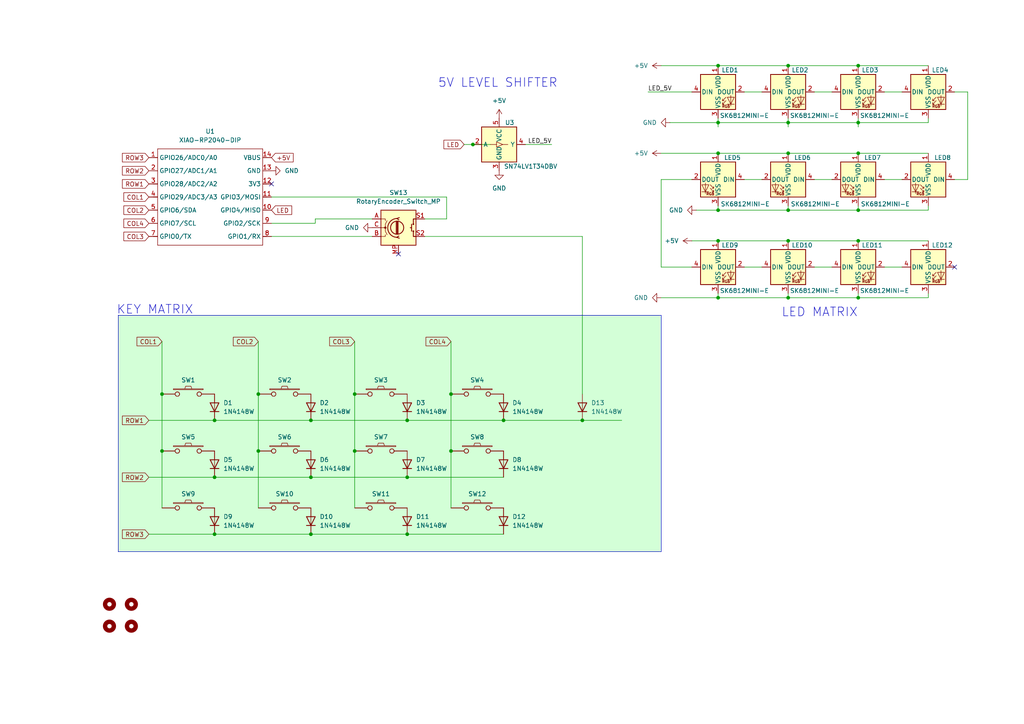
<source format=kicad_sch>
(kicad_sch (version 20250114) (generator "eeschema") (generator_version "9.0")
  (paper "A4")
  (title_block (title "SentryPad") (date "2025-11-27") (comment 1 "Shlok Vaidya"))
  (lib_symbols
    (symbol "Device:D" (pin_numbers (hide yes)) (pin_names (offset 1.016) (hide yes))
      (property "Reference" "D" (at 0 2.54 0))
      (property "Value" "D" (at 0 -2.54 0))
      (symbol "D_0_1"
        (polyline (pts (xy -1.27 1.27) (xy -1.27 -1.27)) (stroke (width 0.254)))
        (polyline (pts (xy 1.27 1.27) (xy 1.27 -1.27) (xy -1.27 0) (xy 1.27 1.27)) (stroke (width 0.254)))
        (polyline (pts (xy 1.27 0) (xy -1.27 0)))
      )
      (symbol "D_1_1"
        (pin passive line (at -3.81 0 0) (length 2.54) (name "K") (number "1"))
        (pin passive line (at 3.81 0 180) (length 2.54) (name "A") (number "2"))
      )
    )
    (symbol "Device:RotaryEncoder_Switch_MP" (pin_names (offset 0.254) (hide yes))
      (property "Reference" "SW" (at 0 8.89 0))
      (property "Value" "RotaryEncoder_Switch_MP" (at 0 6.35 0))
      (symbol "RotaryEncoder_Switch_MP_0_1"
        (rectangle (start -5.08 5.08) (end 5.08 -5.08) (stroke (width 0.254)) (fill (type background)))
        (polyline (pts (xy -5.08 2.54) (xy -3.81 2.54) (xy -3.81 2.032)))
        (polyline (pts (xy -5.08 0) (xy -3.81 0) (xy -3.81 -1.016) (xy -3.302 -2.032)))
        (polyline (pts (xy -5.08 -2.54) (xy -3.81 -2.54) (xy -3.81 -2.032)))
        (polyline (pts (xy -4.318 0) (xy -3.81 0) (xy -3.81 1.016) (xy -3.302 2.032)))
        (circle (center -3.81 0) (radius 0.254) (fill (type outline)))
        (polyline (pts (xy -0.635 -1.778) (xy -0.635 1.778)) (stroke (width 0.254)))
        (circle (center -0.381 0) (radius 1.905) (stroke (width 0.254)))
        (polyline (pts (xy -0.381 -1.778) (xy -0.381 1.778)) (stroke (width 0.254)))
        (arc (start -0.381 -2.794) (mid -3.0988 -0.0635) (end -0.381 2.667) (stroke (width 0.254)))
        (polyline (pts (xy -0.127 1.778) (xy -0.127 -1.778)) (stroke (width 0.254)))
        (polyline (pts (xy 0.254 2.921) (xy -0.508 2.667) (xy 0.127 2.286)) (stroke (width 0.254)))
        (polyline (pts (xy 0.254 -3.048) (xy -0.508 -2.794) (xy 0.127 -2.413)) (stroke (width 0.254)))
        (polyline (pts (xy 3.81 1.016) (xy 3.81 -1.016)) (stroke (width 0.254)))
        (polyline (pts (xy 3.81 0) (xy 3.429 0)) (stroke (width 0.254)))
        (circle (center 4.318 1.016) (radius 0.127) (stroke (width 0.254)))
        (circle (center 4.318 -1.016) (radius 0.127) (stroke (width 0.254)))
        (polyline (pts (xy 5.08 2.54) (xy 4.318 2.54) (xy 4.318 1.016)) (stroke (width 0.254)))
        (polyline (pts (xy 5.08 -2.54) (xy 4.318 -2.54) (xy 4.318 -1.016)) (stroke (width 0.254)))
      )
      (symbol "RotaryEncoder_Switch_MP_1_1"
        (pin passive line (at -7.62 2.54 0) (length 2.54) (name "A") (number "A"))
        (pin passive line (at -7.62 0 0) (length 2.54) (name "C") (number "C"))
        (pin passive line (at -7.62 -2.54 0) (length 2.54) (name "B") (number "B"))
        (pin passive line (at 0 -7.62 90) (length 2.54) (name "MP") (number "MP"))
        (pin passive line (at 7.62 2.54 180) (length 2.54) (name "S1") (number "S1"))
        (pin passive line (at 7.62 -2.54 180) (length 2.54) (name "S2") (number "S2"))
      )
    )
    (symbol "Ians_symbols:keyswitch" (pin_numbers (hide yes)) (pin_names (offset 1.016) (hide yes))
      (property "Reference" "SW" (at 3.81 2.794 0))
      (property "Value" "keyswitch" (at 0 -2.032 0))
      (symbol "keyswitch_0_1"
        (rectangle (start -4.318 1.27) (end 4.318 1.524))
        (polyline (pts (xy -1.016 1.524) (xy -0.762 2.286) (xy 0.762 2.286) (xy 1.016 1.524)))
        (pin passive inverted (at -7.62 0 0) (length 5.08) (name "1") (number "1"))
        (pin passive inverted (at 7.62 0 180) (length 5.08) (name "2") (number "2"))
      )
    )
    (symbol "Logic_LevelTranslator:SN74LV1T34DBV"
      (property "Reference" "U" (at 5.08 6.35 0))
      (property "Value" "SN74LV1T34DBV" (at 5.08 3.81 0))
      (symbol "SN74LV1T34DBV_0_1"
        (rectangle (start -5.08 5.08) (end 5.08 -5.08) (stroke (width 0.254)) (fill (type background)))
        (polyline (pts (xy -0.762 0) (xy -2.54 0)))
        (polyline (pts (xy 1.016 0) (xy 2.54 0)))
      )
      (symbol "SN74LV1T34DBV_1_1"
        (polyline (pts (xy -0.762 -0.762) (xy -0.762 0.762) (xy 1.016 0) (xy -0.762 -0.762)))
        (pin input line (at -7.62 0 0) (length 2.54) (name "A") (number "2"))
        (pin no_connect line (at -5.08 2.54 0) (length 2.54) (hide yes) (name "NC") (number "1"))
        (pin power_in line (at 0 7.62 270) (length 2.54) (name "VCC") (number "5"))
        (pin power_in line (at 0 -7.62 90) (length 2.54) (name "GND") (number "3"))
        (pin output line (at 7.62 0 180) (length 2.54) (name "Y") (number "4"))
      )
    )
    (symbol "Mechanical:MountingHole" (pin_names (offset 1.016)) (in_bom no)
      (property "Reference" "H" (at 0 5.08 0))
      (property "Value" "MountingHole" (at 0 3.175 0))
      (symbol "MountingHole_0_1"
        (circle (center 0 0) (radius 1.27) (stroke (width 1.27)))
      )
    )
    (symbol "XIAO:XIAO-RP2040-DIP"
      (property "Reference" "U" (at 0 0 0))
      (property "Value" "XIAO-RP2040-DIP" (at 5.334 -1.778 0))
      (symbol "XIAO-RP2040-DIP_1_0"
        (polyline (pts (xy -1.27 -2.54) (xy 29.21 -2.54)) (stroke (width 0.1524)))
        (polyline (pts (xy -1.27 -5.08) (xy -2.54 -5.08)) (stroke (width 0.1524)))
        (polyline (pts (xy -1.27 -5.08) (xy -1.27 -2.54)) (stroke (width 0.1524)))
        (polyline (pts (xy -1.27 -8.89) (xy -2.54 -8.89)) (stroke (width 0.1524)))
        (polyline (pts (xy -1.27 -8.89) (xy -1.27 -5.08)) (stroke (width 0.1524)))
        (polyline (pts (xy -1.27 -12.7) (xy -2.54 -12.7)) (stroke (width 0.1524)))
        (polyline (pts (xy -1.27 -12.7) (xy -1.27 -8.89)) (stroke (width 0.1524)))
        (polyline (pts (xy -1.27 -16.51) (xy -2.54 -16.51)) (stroke (width 0.1524)))
        (polyline (pts (xy -1.27 -16.51) (xy -1.27 -12.7)) (stroke (width 0.1524)))
        (polyline (pts (xy -1.27 -20.32) (xy -2.54 -20.32)) (stroke (width 0.1524)))
        (polyline (pts (xy -1.27 -24.13) (xy -2.54 -24.13)) (stroke (width 0.1524)))
        (polyline (pts (xy -1.27 -27.94) (xy -2.54 -27.94)) (stroke (width 0.1524)))
        (polyline (pts (xy -1.27 -30.48) (xy -1.27 -16.51)) (stroke (width 0.1524)))
        (polyline (pts (xy 29.21 -2.54) (xy 29.21 -5.08)) (stroke (width 0.1524)))
        (polyline (pts (xy 29.21 -5.08) (xy 29.21 -8.89)) (stroke (width 0.1524)))
        (polyline (pts (xy 29.21 -8.89) (xy 29.21 -12.7)) (stroke (width 0.1524)))
        (polyline (pts (xy 29.21 -12.7) (xy 29.21 -30.48)) (stroke (width 0.1524)))
        (polyline (pts (xy 29.21 -30.48) (xy -1.27 -30.48)) (stroke (width 0.1524)))
        (polyline (pts (xy 30.48 -5.08) (xy 29.21 -5.08)) (stroke (width 0.1524)))
        (polyline (pts (xy 30.48 -8.89) (xy 29.21 -8.89)) (stroke (width 0.1524)))
        (polyline (pts (xy 30.48 -12.7) (xy 29.21 -12.7)) (stroke (width 0.1524)))
        (polyline (pts (xy 30.48 -16.51) (xy 29.21 -16.51)) (stroke (width 0.1524)))
        (polyline (pts (xy 30.48 -20.32) (xy 29.21 -20.32)) (stroke (width 0.1524)))
        (polyline (pts (xy 30.48 -24.13) (xy 29.21 -24.13)) (stroke (width 0.1524)))
        (polyline (pts (xy 30.48 -27.94) (xy 29.21 -27.94)) (stroke (width 0.1524)))
        (pin passive line (at -3.81 -5.08 0) (length 2.54) (name "GPIO26/ADC0/A0") (number "1"))
        (pin passive line (at -3.81 -8.89 0) (length 2.54) (name "GPIO27/ADC1/A1") (number "2"))
        (pin passive line (at -3.81 -12.7 0) (length 2.54) (name "GPIO28/ADC2/A2") (number "3"))
        (pin passive line (at -3.81 -16.51 0) (length 2.54) (name "GPIO29/ADC3/A3") (number "4"))
        (pin passive line (at -3.81 -20.32 0) (length 2.54) (name "GPIO6/SDA") (number "5"))
        (pin passive line (at -3.81 -24.13 0) (length 2.54) (name "GPIO7/SCL") (number "6"))
        (pin passive line (at -3.81 -27.94 0) (length 2.54) (name "GPIO0/TX") (number "7"))
        (pin passive line (at 31.75 -5.08 180) (length 2.54) (name "VBUS") (number "14"))
        (pin passive line (at 31.75 -8.89 180) (length 2.54) (name "GND") (number "13"))
        (pin passive line (at 31.75 -12.7 180) (length 2.54) (name "3V3") (number "12"))
        (pin passive line (at 31.75 -16.51 180) (length 2.54) (name "GPIO3/MOSI") (number "11"))
        (pin passive line (at 31.75 -20.32 180) (length 2.54) (name "GPIO4/MISO") (number "10"))
        (pin passive line (at 31.75 -24.13 180) (length 2.54) (name "GPIO2/SCK") (number "9"))
        (pin passive line (at 31.75 -27.94 180) (length 2.54) (name "GPIO1/RX") (number "8"))
      )
    )
    (symbol "gupboard40-rescue:SK6812MINI-E-kicad-keyboard-parts" (pin_names (offset 0.254))
      (property "Reference" "D" (at 5.08 5.715 0))
      (property "Value" "kicad-keyboard-parts_SK6812MINI-E" (at 1.27 -5.715 0))
      (symbol "SK6812MINI-E-kicad-keyboard-parts_0_0"
        (text "RGB" (at 2.286 -4.191 0) (effects (font (size 0.762 0.762))))
      )
      (symbol "SK6812MINI-E-kicad-keyboard-parts_0_1"
        (polyline (pts (xy 1.27 -2.54) (xy 1.778 -2.54)))
        (polyline (pts (xy 1.27 -3.556) (xy 1.778 -3.556)))
        (polyline (pts (xy 2.286 -1.524) (xy 1.27 -2.54) (xy 1.27 -2.032)))
        (polyline (pts (xy 2.286 -2.54) (xy 1.27 -3.556) (xy 1.27 -3.048)))
        (polyline (pts (xy 3.683 -1.016) (xy 3.683 -3.556) (xy 3.683 -4.064)))
        (polyline (pts (xy 4.699 -1.524) (xy 2.667 -1.524) (xy 3.683 -3.556) (xy 4.699 -1.524)))
        (polyline (pts (xy 4.699 -3.556) (xy 2.667 -3.556)))
        (rectangle (start 5.08 5.08) (end -5.08 -5.08) (stroke (width 0.254)) (fill (type background)))
      )
      (symbol "SK6812MINI-E-kicad-keyboard-parts_1_1"
        (pin input line (at -7.62 0 0) (length 2.54) (name "DIN") (number "4"))
        (pin power_in line (at 0 7.62 270) (length 2.54) (name "VDD") (number "1"))
        (pin power_in line (at 0 -7.62 90) (length 2.54) (name "VSS") (number "3"))
        (pin output line (at 7.62 0 180) (length 2.54) (name "DOUT") (number "2"))
      )
    )
    (symbol "power:+5V" (power) (pin_numbers (hide yes)) (pin_names (offset 0) (hide yes))
      (property "Value" "+5V" (at 0 3.556 0))
      (symbol "+5V_0_1"
        (polyline (pts (xy -0.762 1.27) (xy 0 2.54)))
        (polyline (pts (xy 0 2.54) (xy 0.762 1.27)))
        (polyline (pts (xy 0 0) (xy 0 2.54)))
      )
      (symbol "+5V_1_1"
        (pin power_in line (at 0 0 90) (length 0) (name "~") (number "1"))
      )
    )
    (symbol "power:GND" (power) (pin_numbers (hide yes)) (pin_names (offset 0) (hide yes))
      (property "Value" "GND" (at 0 -3.81 0))
      (symbol "GND_0_1"
        (polyline (pts (xy 0 0) (xy 0 -1.27) (xy 1.27 -1.27) (xy 0 -2.54) (xy -1.27 -1.27) (xy 0 -1.27)))
      )
      (symbol "GND_1_1"
        (pin power_in line (at 0 0 270) (length 0) (name "~") (number "1"))
      )
    )
  )
  (rectangle (start 34.29 91.44) (end 191.77 160.02) (fill (type color) (color 211 255 215 1)))
  (text "LED MATRIX" (at 237.744 90.678 0) (effects (font (size 2.54 2.54))))
  (text "KEY MATRIX" (at 44.958 89.916 0) (effects (font (size 2.54 2.54))))
  (text "5V LEVEL SHIFTER" (at 127 24.13 0) (effects (font (size 2.54 2.54)) (justify left)))
  (junction (at 74.93 114.3))
  (junction (at 46.99 130.81))
  (junction (at 90.17 154.94))
  (junction (at 248.92 86.36))
  (junction (at 228.6 35.56))
  (junction (at 228.6 19.05))
  (junction (at 90.17 138.43))
  (junction (at 228.6 60.96))
  (junction (at 90.17 121.92))
  (junction (at 130.81 130.81))
  (junction (at 146.05 121.92))
  (junction (at 46.99 114.3))
  (junction (at 208.28 19.05))
  (junction (at 208.28 86.36))
  (junction (at 248.92 19.05))
  (junction (at 208.28 69.85))
  (junction (at 248.92 60.96))
  (junction (at 137.16 41.91))
  (junction (at 168.91 121.92))
  (junction (at 248.92 69.85))
  (junction (at 208.28 35.56))
  (junction (at 130.81 114.3))
  (junction (at 228.6 69.85))
  (junction (at 102.87 130.81))
  (junction (at 74.93 130.81))
  (junction (at 208.28 44.45))
  (junction (at 118.11 121.92))
  (junction (at 248.92 35.56))
  (junction (at 102.87 114.3))
  (junction (at 228.6 86.36))
  (junction (at 118.11 138.43))
  (junction (at 62.23 154.94))
  (junction (at 208.28 60.96))
  (junction (at 118.11 154.94))
  (junction (at 228.6 44.45))
  (junction (at 62.23 138.43))
  (junction (at 62.23 121.92))
  (junction (at 248.92 44.45))
  (no_connect (at 115.57 73.66))
  (no_connect (at 276.86 77.47))
  (no_connect (at 78.74 53.34))
  (wire (pts (xy 276.86 26.67) (xy 280.67 26.67)))
  (wire (pts (xy 46.99 130.81) (xy 46.99 147.32)))
  (wire (pts (xy 248.92 86.36) (xy 269.24 86.36)))
  (wire (pts (xy 90.17 154.94) (xy 118.11 154.94)))
  (wire (pts (xy 46.99 99.06) (xy 46.99 114.3)))
  (wire (pts (xy 129.54 63.5) (xy 129.54 57.15)))
  (wire (pts (xy 43.18 154.94) (xy 62.23 154.94)))
  (wire (pts (xy 236.22 77.47) (xy 241.3 77.47)))
  (wire (pts (xy 228.6 44.45) (xy 248.92 44.45)))
  (wire (pts (xy 248.92 35.56) (xy 248.92 34.29)))
  (wire (pts (xy 228.6 35.56) (xy 228.6 34.29)))
  (wire (pts (xy 208.28 85.09) (xy 208.28 86.36)))
  (wire (pts (xy 46.99 114.3) (xy 46.99 130.81)))
  (wire (pts (xy 102.87 114.3) (xy 102.87 130.81)))
  (wire (pts (xy 256.54 26.67) (xy 261.62 26.67)))
  (wire (pts (xy 248.92 69.85) (xy 269.24 69.85)))
  (wire (pts (xy 168.91 68.58) (xy 168.91 114.3)))
  (wire (pts (xy 200.66 69.85) (xy 208.28 69.85)))
  (wire (pts (xy 62.23 154.94) (xy 90.17 154.94)))
  (wire (pts (xy 74.93 99.06) (xy 74.93 114.3)))
  (wire (pts (xy 62.23 138.43) (xy 90.17 138.43)))
  (wire (pts (xy 118.11 154.94) (xy 146.05 154.94)))
  (wire (pts (xy 160.02 41.91) (xy 152.4 41.91)))
  (wire (pts (xy 248.92 35.56) (xy 248.92 36.83)))
  (wire (pts (xy 200.66 52.07) (xy 191.77 52.07)))
  (wire (pts (xy 191.77 44.45) (xy 208.28 44.45)))
  (wire (pts (xy 208.28 86.36) (xy 228.6 86.36)))
  (wire (pts (xy 91.44 63.5) (xy 91.44 64.77)))
  (wire (pts (xy 269.24 44.45) (xy 248.92 44.45)))
  (wire (pts (xy 280.67 26.67) (xy 280.67 52.07)))
  (wire (pts (xy 62.23 121.92) (xy 90.17 121.92)))
  (wire (pts (xy 248.92 60.96) (xy 228.6 60.96)))
  (wire (pts (xy 215.9 26.67) (xy 220.98 26.67)))
  (wire (pts (xy 208.28 60.96) (xy 208.28 59.69)))
  (wire (pts (xy 228.6 35.56) (xy 228.6 36.83)))
  (wire (pts (xy 201.93 60.96) (xy 208.28 60.96)))
  (wire (pts (xy 102.87 99.06) (xy 102.87 114.3)))
  (wire (pts (xy 248.92 19.05) (xy 269.24 19.05)))
  (wire (pts (xy 74.93 130.81) (xy 74.93 147.32)))
  (wire (pts (xy 43.18 121.92) (xy 62.23 121.92)))
  (wire (pts (xy 241.3 52.07) (xy 236.22 52.07)))
  (wire (pts (xy 129.54 57.15) (xy 78.74 57.15)))
  (wire (pts (xy 142.24 41.91) (xy 137.16 41.91)))
  (wire (pts (xy 134.62 41.91) (xy 137.16 41.91)))
  (wire (pts (xy 146.05 121.92) (xy 168.91 121.92)))
  (wire (pts (xy 215.9 77.47) (xy 220.98 77.47)))
  (wire (pts (xy 187.96 26.67) (xy 200.66 26.67)))
  (wire (pts (xy 269.24 60.96) (xy 248.92 60.96)))
  (wire (pts (xy 228.6 19.05) (xy 248.92 19.05)))
  (wire (pts (xy 191.77 52.07) (xy 191.77 77.47)))
  (wire (pts (xy 208.28 44.45) (xy 228.6 44.45)))
  (wire (pts (xy 91.44 64.77) (xy 78.74 64.77)))
  (wire (pts (xy 43.18 138.43) (xy 62.23 138.43)))
  (wire (pts (xy 228.6 86.36) (xy 248.92 86.36)))
  (wire (pts (xy 130.81 114.3) (xy 130.81 130.81)))
  (wire (pts (xy 208.28 35.56) (xy 228.6 35.56)))
  (wire (pts (xy 228.6 69.85) (xy 248.92 69.85)))
  (wire (pts (xy 107.95 63.5) (xy 91.44 63.5)))
  (wire (pts (xy 248.92 35.56) (xy 269.24 35.56)))
  (wire (pts (xy 118.11 121.92) (xy 146.05 121.92)))
  (wire (pts (xy 123.19 68.58) (xy 168.91 68.58)))
  (wire (pts (xy 248.92 86.36) (xy 248.92 85.09)))
  (wire (pts (xy 248.92 60.96) (xy 248.92 59.69)))
  (wire (pts (xy 228.6 86.36) (xy 228.6 85.09)))
  (wire (pts (xy 194.31 35.56) (xy 208.28 35.56)))
  (wire (pts (xy 90.17 121.92) (xy 118.11 121.92)))
  (wire (pts (xy 228.6 60.96) (xy 228.6 59.69)))
  (wire (pts (xy 256.54 77.47) (xy 261.62 77.47)))
  (wire (pts (xy 118.11 138.43) (xy 146.05 138.43)))
  (wire (pts (xy 269.24 86.36) (xy 269.24 85.09)))
  (wire (pts (xy 74.93 114.3) (xy 74.93 130.81)))
  (wire (pts (xy 130.81 130.81) (xy 130.81 147.32)))
  (wire (pts (xy 228.6 35.56) (xy 248.92 35.56)))
  (wire (pts (xy 280.67 52.07) (xy 276.86 52.07)))
  (wire (pts (xy 208.28 34.29) (xy 208.28 35.56)))
  (wire (pts (xy 90.17 138.43) (xy 118.11 138.43)))
  (wire (pts (xy 236.22 26.67) (xy 241.3 26.67)))
  (wire (pts (xy 191.77 77.47) (xy 200.66 77.47)))
  (wire (pts (xy 208.28 69.85) (xy 228.6 69.85)))
  (wire (pts (xy 261.62 52.07) (xy 256.54 52.07)))
  (wire (pts (xy 130.81 99.06) (xy 130.81 114.3)))
  (wire (pts (xy 191.77 86.36) (xy 208.28 86.36)))
  (wire (pts (xy 269.24 35.56) (xy 269.24 34.29)))
  (wire (pts (xy 220.98 52.07) (xy 215.9 52.07)))
  (wire (pts (xy 208.28 19.05) (xy 228.6 19.05)))
  (wire (pts (xy 191.77 19.05) (xy 208.28 19.05)))
  (wire (pts (xy 168.91 121.92) (xy 180.34 121.92)))
  (wire (pts (xy 208.28 35.56) (xy 208.28 36.83)))
  (wire (pts (xy 123.19 63.5) (xy 129.54 63.5)))
  (wire (pts (xy 269.24 60.96) (xy 269.24 59.69)))
  (wire (pts (xy 228.6 60.96) (xy 208.28 60.96)))
  (wire (pts (xy 78.74 68.58) (xy 107.95 68.58)))
  (wire (pts (xy 102.87 130.81) (xy 102.87 147.32)))
  (label "LED_5V" (at 187.96 26.67 0))
  (label "LED_5V" (at 160.02 41.91 180))
  (global_label "COL3" (shape input) (at 102.87 99.06 180) (property "Intersheetrefs" "${INTERSHEET_REFS}" (effects (hide yes))))
  (global_label "ROW3" (shape input) (at 43.18 45.72 180) (property "Intersheetrefs" "${INTERSHEET_REFS}" (effects (hide yes))))
  (global_label "COL4" (shape input) (at 43.18 64.77 180) (property "Intersheetrefs" "${INTERSHEET_REFS}" (effects (hide yes))))
  (global_label "ROW1" (shape input) (at 43.18 53.34 180) (property "Intersheetrefs" "${INTERSHEET_REFS}" (effects (hide yes))))
  (global_label "ROW3" (shape input) (at 43.18 154.94 180) (property "Intersheetrefs" "${INTERSHEET_REFS}" (effects (hide yes))))
  (global_label "LED" (shape input) (at 78.74 60.96 0) (property "Intersheetrefs" "${INTERSHEET_REFS}" (effects (hide yes))))
  (global_label "ROW2" (shape input) (at 43.18 138.43 180) (property "Intersheetrefs" "${INTERSHEET_REFS}" (effects (hide yes))))
  (global_label "LED" (shape input) (at 134.62 41.91 180) (property "Intersheetrefs" "${INTERSHEET_REFS}" (effects (hide yes))))
  (global_label "COL2" (shape input) (at 74.93 99.06 180) (property "Intersheetrefs" "${INTERSHEET_REFS}" (effects (hide yes))))
  (global_label "COL1" (shape input) (at 43.18 57.15 180) (property "Intersheetrefs" "${INTERSHEET_REFS}" (effects (hide yes))))
  (global_label "COL3" (shape input) (at 43.18 68.58 180) (property "Intersheetrefs" "${INTERSHEET_REFS}" (effects (hide yes))))
  (global_label "COL4" (shape input) (at 130.81 99.06 180) (property "Intersheetrefs" "${INTERSHEET_REFS}" (effects (hide yes))))
  (global_label "COL2" (shape input) (at 43.18 60.96 180) (property "Intersheetrefs" "${INTERSHEET_REFS}" (effects (hide yes))))
  (global_label "+5V" (shape input) (at 78.74 45.72 0) (property "Intersheetrefs" "${INTERSHEET_REFS}" (effects (hide yes))))
  (global_label "ROW2" (shape input) (at 43.18 49.53 180) (property "Intersheetrefs" "${INTERSHEET_REFS}" (effects (hide yes))))
  (global_label "COL1" (shape input) (at 46.99 99.06 180) (property "Intersheetrefs" "${INTERSHEET_REFS}" (effects (hide yes))))
  (global_label "ROW1" (shape input) (at 43.18 121.92 180) (property "Intersheetrefs" "${INTERSHEET_REFS}" (effects (hide yes))))
  (symbol (lib_id "Device:D") (at 62.23 134.62 90) (unit 1)
    (property "Reference" "D5" (at 64.77 133.3499 90) (effects (justify right)))
    (property "Value" "1N4148W" (at 64.77 135.8899 90) (effects (justify right)))
    (property "Footprint" "Diode_THT:D_DO-35_SOD27_P7.62mm_Horizontal" (effects (hide yes)))
    (property "Description" "Diode" (effects (hide yes)))
    (property "Sim.Device" "D" (effects (hide yes)))
    (property "Sim.Pins" "1=K 2=A" (effects (hide yes)))
    (property "DigiKey Part Number" "1N4148W" (effects (hide yes)))
  )
  (symbol (lib_id "Ians_symbols:keyswitch") (at 82.55 130.81 0) (mirror y) (unit 1)
    (property "Reference" "SW6" (at 82.55 126.746 0))
    (property "Value" "keyswitch" (effects (hide yes)))
    (property "Footprint" "Button_Switch_Keyboard:SW_Cherry_MX_1.00u_PCB" (effects (hide yes)))
    (property "DigiKey Part Number" "MX2A-11NA" (effects (hide yes)))
  )
  (symbol (lib_id "Ians_symbols:keyswitch") (at 138.43 130.81 0) (mirror y) (unit 1)
    (property "Reference" "SW8" (at 138.43 126.746 0))
    (property "Value" "keyswitch" (effects (hide yes)))
    (property "Footprint" "Button_Switch_Keyboard:SW_Cherry_MX_1.00u_PCB" (effects (hide yes)))
    (property "DigiKey Part Number" "MX2A-11NA" (effects (hide yes)))
  )
  (symbol (lib_id "Device:D") (at 146.05 134.62 90) (unit 1)
    (property "Reference" "D8" (at 148.59 133.3499 90) (effects (justify right)))
    (property "Value" "1N4148W" (at 148.59 135.8899 90) (effects (justify right)))
    (property "Footprint" "Diode_THT:D_DO-35_SOD27_P7.62mm_Horizontal" (effects (hide yes)))
    (property "Description" "Diode" (effects (hide yes)))
    (property "Sim.Device" "D" (effects (hide yes)))
    (property "Sim.Pins" "1=K 2=A" (effects (hide yes)))
    (property "DigiKey Part Number" "1N4148W" (effects (hide yes)))
  )
  (symbol (lib_id "gupboard40-rescue:SK6812MINI-E-kicad-keyboard-parts") (at 228.6 52.07 0) (mirror y) (unit 1)
    (property "Reference" "LED6" (at 235.204 45.72 0) (effects (justify left)))
    (property "Value" "SK6812MINI-E" (at 243.586 59.182 0) (effects (justify left)))
    (property "Footprint" "XIAO_PCB:MX_SK6812MINI-E_REV" (effects (hide yes)))
    (property "Datasheet" "https://cdn-shop.adafruit.com/product-files/2686/SK6812MINI_REV.01-1-2.pdf" (effects (hide yes)))
    (property "DigiKey Part Number" "1528-4960-ND" (effects (hide yes)))
  )
  (symbol (lib_id "gupboard40-rescue:SK6812MINI-E-kicad-keyboard-parts") (at 228.6 26.67 0) (unit 1)
    (property "Reference" "LED2" (at 229.616 20.32 0) (effects (justify left)))
    (property "Value" "SK6812MINI-E" (at 229.108 33.528 0) (effects (justify left)))
    (property "Footprint" "XIAO_PCB:MX_SK6812MINI-E_REV" (effects (hide yes)))
    (property "Datasheet" "https://cdn-shop.adafruit.com/product-files/2686/SK6812MINI_REV.01-1-2.pdf" (effects (hide yes)))
    (property "DigiKey Part Number" "1528-4960-ND" (effects (hide yes)))
  )
  (symbol (lib_id "Device:D") (at 118.11 134.62 90) (unit 1)
    (property "Reference" "D7" (at 120.65 133.3499 90) (effects (justify right)))
    (property "Value" "1N4148W" (at 120.65 135.8899 90) (effects (justify right)))
    (property "Footprint" "Diode_THT:D_DO-35_SOD27_P7.62mm_Horizontal" (effects (hide yes)))
    (property "Description" "Diode" (effects (hide yes)))
    (property "Sim.Device" "D" (effects (hide yes)))
    (property "Sim.Pins" "1=K 2=A" (effects (hide yes)))
    (property "DigiKey Part Number" "1N4148W" (effects (hide yes)))
  )
  (symbol (lib_id "power:+5V") (at 200.66 69.85 90) (unit 1)
    (property "Reference" "#PWR032" (effects (hide yes)))
    (property "Value" "+5V" (at 196.85 69.8499 90) (effects (justify left)))
    (property "Description" "Power symbol creates a global label with name \"+5V\"" (effects (hide yes)))
  )
  (symbol (lib_id "Device:RotaryEncoder_Switch_MP") (at 115.57 66.04 0) (unit 1)
    (property "Reference" "SW13" (at 115.57 55.88 0))
    (property "Value" "RotaryEncoder_Switch_MP" (at 115.57 58.42 0))
    (property "Footprint" "Rotary_Encoder:RotaryEncoder_Alps_EC11E-Switch_Vertical_H20mm" (effects (hide yes)))
    (property "Description" "Rotary encoder, dual channel, incremental quadrate outputs, with switch and MP Pin" (effects (hide yes)))
  )
  (symbol (lib_id "gupboard40-rescue:SK6812MINI-E-kicad-keyboard-parts") (at 248.92 52.07 0) (mirror y) (unit 1)
    (property "Reference" "LED7" (at 255.524 45.72 0) (effects (justify left)))
    (property "Value" "SK6812MINI-E" (at 263.906 59.182 0) (effects (justify left)))
    (property "Footprint" "XIAO_PCB:MX_SK6812MINI-E_REV" (effects (hide yes)))
    (property "Datasheet" "https://cdn-shop.adafruit.com/product-files/2686/SK6812MINI_REV.01-1-2.pdf" (effects (hide yes)))
    (property "DigiKey Part Number" "1528-4960-ND" (effects (hide yes)))
  )
  (symbol (lib_id "Device:D") (at 146.05 118.11 90) (unit 1)
    (property "Reference" "D4" (at 148.59 116.8399 90) (effects (justify right)))
    (property "Value" "1N4148W" (at 148.59 119.3799 90) (effects (justify right)))
    (property "Footprint" "Diode_THT:D_DO-35_SOD27_P7.62mm_Horizontal" (effects (hide yes)))
    (property "Description" "Diode" (effects (hide yes)))
    (property "Sim.Device" "D" (effects (hide yes)))
    (property "Sim.Pins" "1=K 2=A" (effects (hide yes)))
    (property "DigiKey Part Number" "1N4148W" (effects (hide yes)))
  )
  (symbol (lib_id "gupboard40-rescue:SK6812MINI-E-kicad-keyboard-parts") (at 269.24 52.07 0) (mirror y) (unit 1)
    (property "Reference" "LED8" (at 275.844 45.72 0) (effects (justify left)))
    (property "Value" "SK6812MINI-E" (effects (hide yes)))
    (property "Footprint" "XIAO_PCB:MX_SK6812MINI-E_REV" (effects (hide yes)))
    (property "Datasheet" "https://cdn-shop.adafruit.com/product-files/2686/SK6812MINI_REV.01-1-2.pdf" (effects (hide yes)))
    (property "DigiKey Part Number" "1528-4960-ND" (effects (hide yes)))
  )
  (symbol (lib_id "power:GND") (at 201.93 60.96 270) (unit 1)
    (property "Reference" "#PWR021" (effects (hide yes)))
    (property "Value" "GND" (at 198.12 60.9599 90) (effects (justify right)))
    (property "Description" "Power symbol creates a global label with name \"GND\" , ground" (effects (hide yes)))
  )
  (symbol (lib_id "Ians_symbols:keyswitch") (at 110.49 114.3 0) (mirror y) (unit 1)
    (property "Reference" "SW3" (at 110.49 110.236 0))
    (property "Value" "keyswitch" (effects (hide yes)))
    (property "Footprint" "Button_Switch_Keyboard:SW_Cherry_MX_1.00u_PCB" (effects (hide yes)))
    (property "DigiKey Part Number" "MX2A-11NA" (effects (hide yes)))
  )
  (symbol (lib_id "Ians_symbols:keyswitch") (at 54.61 130.81 0) (mirror y) (unit 1)
    (property "Reference" "SW5" (at 54.61 126.746 0))
    (property "Value" "keyswitch" (effects (hide yes)))
    (property "Footprint" "Button_Switch_Keyboard:SW_Cherry_MX_1.00u_PCB" (effects (hide yes)))
    (property "DigiKey Part Number" "MX2A-11NA" (effects (hide yes)))
  )
  (symbol (lib_id "power:GND") (at 107.95 66.04 270) (unit 1)
    (property "Reference" "#PWR02" (effects (hide yes)))
    (property "Value" "GND" (at 104.14 66.0399 90) (effects (justify right)))
    (property "Description" "Power symbol creates a global label with name \"GND\" , ground" (effects (hide yes)))
  )
  (symbol (lib_id "Ians_symbols:keyswitch") (at 110.49 147.32 0) (mirror y) (unit 1)
    (property "Reference" "SW11" (at 110.49 143.256 0))
    (property "Value" "keyswitch" (effects (hide yes)))
    (property "Footprint" "Button_Switch_Keyboard:SW_Cherry_MX_1.00u_PCB" (effects (hide yes)))
    (property "DigiKey Part Number" "MX2A-11NA" (effects (hide yes)))
  )
  (symbol (lib_id "Logic_LevelTranslator:SN74LV1T34DBV") (at 144.78 41.91 0) (unit 1)
    (property "Reference" "U3" (at 147.828 35.56 0))
    (property "Value" "SN74LV1T34DBV" (at 153.924 48.26 0))
    (property "Footprint" "Package_TO_SOT_SMD:SOT-23-5" (effects (hide yes)))
    (property "Datasheet" "https://www.ti.com/lit/ds/symlink/sn74lv1t34.pdf" (effects (hide yes)))
    (property "DigiKey Part Number" "SN74LV1T34DBV" (effects (hide yes)))
  )
  (symbol (lib_id "Mechanical:MountingHole") (at 31.75 175.26 0) (unit 1) (in_bom no)
    (property "Reference" "H1" (effects (hide yes)))
    (property "Value" "MountingHole" (effects (hide yes)))
    (property "Footprint" "Mounting_Wuerth:Mounting_Wuerth_WA-SMSI-M3_H16mm_9774160360" (effects (hide yes)))
    (property "Description" "Mounting Hole without connection" (effects (hide yes)))
  )
  (symbol (lib_id "Mechanical:MountingHole") (at 38.1 175.26 0) (unit 1) (in_bom no)
    (property "Reference" "H2" (effects (hide yes)))
    (property "Value" "MountingHole" (effects (hide yes)))
    (property "Footprint" "Mounting_Wuerth:Mounting_Wuerth_WA-SMSI-M3_H16mm_9774160360" (effects (hide yes)))
    (property "Description" "Mounting Hole without connection" (effects (hide yes)))
  )
  (symbol (lib_id "gupboard40-rescue:SK6812MINI-E-kicad-keyboard-parts") (at 269.24 77.47 0) (unit 1)
    (property "Reference" "LED12" (at 270.256 71.12 0) (effects (justify left)))
    (property "Value" "SK6812MINI-E" (effects (hide yes)))
    (property "Footprint" "XIAO_PCB:MX_SK6812MINI-E_REV" (effects (hide yes)))
    (property "Datasheet" "https://cdn-shop.adafruit.com/product-files/2686/SK6812MINI_REV.01-1-2.pdf" (effects (hide yes)))
    (property "DigiKey Part Number" "1528-4960-ND" (effects (hide yes)))
  )
  (symbol (lib_id "power:GND") (at 194.31 35.56 270) (unit 1)
    (property "Reference" "#PWR018" (effects (hide yes)))
    (property "Value" "GND" (at 190.5 35.5599 90) (effects (justify right)))
    (property "Description" "Power symbol creates a global label with name \"GND\" , ground" (effects (hide yes)))
  )
  (symbol (lib_id "power:+5V") (at 191.77 19.05 90) (unit 1)
    (property "Reference" "#PWR019" (effects (hide yes)))
    (property "Value" "+5V" (at 187.96 19.0499 90) (effects (justify left)))
    (property "Description" "Power symbol creates a global label with name \"+5V\"" (effects (hide yes)))
  )
  (symbol (lib_id "gupboard40-rescue:SK6812MINI-E-kicad-keyboard-parts") (at 208.28 52.07 0) (mirror y) (unit 1)
    (property "Reference" "LED5" (at 214.884 45.72 0) (effects (justify left)))
    (property "Value" "SK6812MINI-E" (at 223.266 59.182 0) (effects (justify left)))
    (property "Footprint" "XIAO_PCB:MX_SK6812MINI-E_REV" (effects (hide yes)))
    (property "Datasheet" "https://cdn-shop.adafruit.com/product-files/2686/SK6812MINI_REV.01-1-2.pdf" (effects (hide yes)))
    (property "DigiKey Part Number" "1528-4960-ND" (effects (hide yes)))
  )
  (symbol (lib_id "power:GND") (at 191.77 86.36 270) (unit 1)
    (property "Reference" "#PWR022" (effects (hide yes)))
    (property "Value" "GND" (at 187.96 86.3599 90) (effects (justify right)))
    (property "Description" "Power symbol creates a global label with name \"GND\" , ground" (effects (hide yes)))
  )
  (symbol (lib_id "power:+5V") (at 191.77 44.45 90) (unit 1)
    (property "Reference" "#PWR020" (effects (hide yes)))
    (property "Value" "+5V" (at 187.96 44.4499 90) (effects (justify left)))
    (property "Description" "Power symbol creates a global label with name \"+5V\"" (effects (hide yes)))
  )
  (symbol (lib_id "Ians_symbols:keyswitch") (at 82.55 114.3 0) (mirror y) (unit 1)
    (property "Reference" "SW2" (at 82.55 110.236 0))
    (property "Value" "keyswitch" (effects (hide yes)))
    (property "Footprint" "Button_Switch_Keyboard:SW_Cherry_MX_1.00u_PCB" (effects (hide yes)))
    (property "DigiKey Part Number" "MX2A-11NA" (effects (hide yes)))
  )
  (symbol (lib_id "gupboard40-rescue:SK6812MINI-E-kicad-keyboard-parts") (at 228.6 77.47 0) (unit 1)
    (property "Reference" "LED10" (at 229.616 71.12 0) (effects (justify left)))
    (property "Value" "SK6812MINI-E" (at 229.108 84.328 0) (effects (justify left)))
    (property "Footprint" "XIAO_PCB:MX_SK6812MINI-E_REV" (effects (hide yes)))
    (property "Datasheet" "https://cdn-shop.adafruit.com/product-files/2686/SK6812MINI_REV.01-1-2.pdf" (effects (hide yes)))
    (property "DigiKey Part Number" "1528-4960-ND" (effects (hide yes)))
  )
  (symbol (lib_id "Ians_symbols:keyswitch") (at 82.55 147.32 0) (mirror y) (unit 1)
    (property "Reference" "SW10" (at 82.55 143.256 0))
    (property "Value" "keyswitch" (effects (hide yes)))
    (property "Footprint" "Button_Switch_Keyboard:SW_Cherry_MX_1.00u_PCB" (effects (hide yes)))
    (property "DigiKey Part Number" "MX2A-11NA" (effects (hide yes)))
  )
  (symbol (lib_id "power:+5V") (at 144.78 34.29 0) (unit 1)
    (property "Reference" "#PWR026" (effects (hide yes)))
    (property "Value" "+5V" (at 144.78 29.21 0))
    (property "Description" "Power symbol creates a global label with name \"+5V\"" (effects (hide yes)))
  )
  (symbol (lib_id "gupboard40-rescue:SK6812MINI-E-kicad-keyboard-parts") (at 208.28 26.67 0) (unit 1)
    (property "Reference" "LED1" (at 209.296 20.32 0) (effects (justify left)))
    (property "Value" "SK6812MINI-E" (at 208.788 33.528 0) (effects (justify left)))
    (property "Footprint" "XIAO_PCB:MX_SK6812MINI-E_REV" (effects (hide yes)))
    (property "Datasheet" "https://cdn-shop.adafruit.com/product-files/2686/SK6812MINI_REV.01-1-2.pdf" (effects (hide yes)))
    (property "DigiKey Part Number" "1528-4960-ND" (effects (hide yes)))
  )
  (symbol (lib_id "power:GND") (at 144.78 49.53 0) (unit 1)
    (property "Reference" "#PWR027" (effects (hide yes)))
    (property "Value" "GND" (at 144.78 54.61 0))
    (property "Description" "Power symbol creates a global label with name \"GND\" , ground" (effects (hide yes)))
  )
  (symbol (lib_id "Device:D") (at 90.17 118.11 90) (unit 1)
    (property "Reference" "D2" (at 92.71 116.8399 90) (effects (justify right)))
    (property "Value" "1N4148W" (at 92.71 119.3799 90) (effects (justify right)))
    (property "Footprint" "Diode_THT:D_DO-35_SOD27_P7.62mm_Horizontal" (effects (hide yes)))
    (property "Description" "Diode" (effects (hide yes)))
    (property "Sim.Device" "D" (effects (hide yes)))
    (property "Sim.Pins" "1=K 2=A" (effects (hide yes)))
    (property "DigiKey Part Number" "1N4148W" (effects (hide yes)))
  )
  (symbol (lib_id "Device:D") (at 118.11 151.13 90) (unit 1)
    (property "Reference" "D11" (at 120.65 149.8599 90) (effects (justify right)))
    (property "Value" "1N4148W" (at 120.65 152.3999 90) (effects (justify right)))
    (property "Footprint" "Diode_THT:D_DO-35_SOD27_P7.62mm_Horizontal" (effects (hide yes)))
    (property "Description" "Diode" (effects (hide yes)))
    (property "Sim.Device" "D" (effects (hide yes)))
    (property "Sim.Pins" "1=K 2=A" (effects (hide yes)))
    (property "DigiKey Part Number" "1N4148W" (effects (hide yes)))
  )
  (symbol (lib_id "Device:D") (at 90.17 134.62 90) (unit 1)
    (property "Reference" "D6" (at 92.71 133.3499 90) (effects (justify right)))
    (property "Value" "1N4148W" (at 92.71 135.8899 90) (effects (justify right)))
    (property "Footprint" "Diode_THT:D_DO-35_SOD27_P7.62mm_Horizontal" (effects (hide yes)))
    (property "Description" "Diode" (effects (hide yes)))
    (property "Sim.Device" "D" (effects (hide yes)))
    (property "Sim.Pins" "1=K 2=A" (effects (hide yes)))
    (property "DigiKey Part Number" "1N4148W" (effects (hide yes)))
  )
  (symbol (lib_id "Device:D") (at 146.05 151.13 90) (unit 1)
    (property "Reference" "D12" (at 148.59 149.8599 90) (effects (justify right)))
    (property "Value" "1N4148W" (at 148.59 152.3999 90) (effects (justify right)))
    (property "Footprint" "Diode_THT:D_DO-35_SOD27_P7.62mm_Horizontal" (effects (hide yes)))
    (property "Description" "Diode" (effects (hide yes)))
    (property "Sim.Device" "D" (effects (hide yes)))
    (property "Sim.Pins" "1=K 2=A" (effects (hide yes)))
    (property "DigiKey Part Number" "1N4148W" (effects (hide yes)))
  )
  (symbol (lib_id "Mechanical:MountingHole") (at 38.1 181.61 0) (unit 1) (in_bom no)
    (property "Reference" "H4" (effects (hide yes)))
    (property "Value" "MountingHole" (effects (hide yes)))
    (property "Footprint" "Mounting_Wuerth:Mounting_Wuerth_WA-SMSI-M3_H16mm_9774160360" (effects (hide yes)))
    (property "Description" "Mounting Hole without connection" (effects (hide yes)))
  )
  (symbol (lib_id "Device:D") (at 118.11 118.11 90) (unit 1)
    (property "Reference" "D3" (at 120.65 116.8399 90) (effects (justify right)))
    (property "Value" "1N4148W" (at 120.65 119.3799 90) (effects (justify right)))
    (property "Footprint" "Diode_THT:D_DO-35_SOD27_P7.62mm_Horizontal" (effects (hide yes)))
    (property "Description" "Diode" (effects (hide yes)))
    (property "Sim.Device" "D" (effects (hide yes)))
    (property "Sim.Pins" "1=K 2=A" (effects (hide yes)))
    (property "DigiKey Part Number" "1N4148W" (effects (hide yes)))
  )
  (symbol (lib_id "Ians_symbols:keyswitch") (at 54.61 147.32 0) (mirror y) (unit 1)
    (property "Reference" "SW9" (at 54.61 143.256 0))
    (property "Value" "keyswitch" (effects (hide yes)))
    (property "Footprint" "Button_Switch_Keyboard:SW_Cherry_MX_1.00u_PCB" (effects (hide yes)))
    (property "DigiKey Part Number" "MX2A-11NA" (effects (hide yes)))
  )
  (symbol (lib_id "Ians_symbols:keyswitch") (at 138.43 147.32 0) (mirror y) (unit 1)
    (property "Reference" "SW12" (at 138.43 143.256 0))
    (property "Value" "keyswitch" (effects (hide yes)))
    (property "Footprint" "Button_Switch_Keyboard:SW_Cherry_MX_1.00u_PCB" (effects (hide yes)))
    (property "DigiKey Part Number" "MX2A-11NA" (effects (hide yes)))
  )
  (symbol (lib_id "gupboard40-rescue:SK6812MINI-E-kicad-keyboard-parts") (at 248.92 26.67 0) (unit 1)
    (property "Reference" "LED3" (at 249.936 20.32 0) (effects (justify left)))
    (property "Value" "SK6812MINI-E" (at 249.428 33.528 0) (effects (justify left)))
    (property "Footprint" "XIAO_PCB:MX_SK6812MINI-E_REV" (effects (hide yes)))
    (property "Datasheet" "https://cdn-shop.adafruit.com/product-files/2686/SK6812MINI_REV.01-1-2.pdf" (effects (hide yes)))
    (property "DigiKey Part Number" "1528-4960-ND" (effects (hide yes)))
  )
  (symbol (lib_id "Ians_symbols:keyswitch") (at 54.61 114.3 0) (mirror y) (unit 1)
    (property "Reference" "SW1" (at 54.61 110.236 0))
    (property "Value" "keyswitch" (effects (hide yes)))
    (property "Footprint" "Button_Switch_Keyboard:SW_Cherry_MX_1.00u_PCB" (effects (hide yes)))
    (property "DigiKey Part Number" "MX2A-11NA" (effects (hide yes)))
  )
  (symbol (lib_id "Device:D") (at 90.17 151.13 90) (unit 1)
    (property "Reference" "D10" (at 92.71 149.8599 90) (effects (justify right)))
    (property "Value" "1N4148W" (at 92.71 152.3999 90) (effects (justify right)))
    (property "Footprint" "Diode_THT:D_DO-35_SOD27_P7.62mm_Horizontal" (effects (hide yes)))
    (property "Description" "Diode" (effects (hide yes)))
    (property "Sim.Device" "D" (effects (hide yes)))
    (property "Sim.Pins" "1=K 2=A" (effects (hide yes)))
    (property "DigiKey Part Number" "1N4148W" (effects (hide yes)))
  )
  (symbol (lib_id "XIAO:XIAO-RP2040-DIP") (at 46.99 40.64 0) (unit 1)
    (property "Reference" "U1" (at 60.96 38.1 0))
    (property "Value" "XIAO-RP2040-DIP" (at 60.96 40.64 0))
    (property "Footprint" "XIAO_PCB:XIAO-RP2040-DIP" (effects (hide yes)))
  )
  (symbol (lib_id "Ians_symbols:keyswitch") (at 138.43 114.3 0) (mirror y) (unit 1)
    (property "Reference" "SW4" (at 138.43 110.236 0))
    (property "Value" "keyswitch" (effects (hide yes)))
    (property "Footprint" "Button_Switch_Keyboard:SW_Cherry_MX_1.00u_PCB" (effects (hide yes)))
    (property "DigiKey Part Number" "MX2A-11NA" (effects (hide yes)))
  )
  (symbol (lib_id "Device:D") (at 62.23 151.13 90) (unit 1)
    (property "Reference" "D9" (at 64.77 149.8599 90) (effects (justify right)))
    (property "Value" "1N4148W" (at 64.77 152.3999 90) (effects (justify right)))
    (property "Footprint" "Diode_THT:D_DO-35_SOD27_P7.62mm_Horizontal" (effects (hide yes)))
    (property "Description" "Diode" (effects (hide yes)))
    (property "Sim.Device" "D" (effects (hide yes)))
    (property "Sim.Pins" "1=K 2=A" (effects (hide yes)))
    (property "DigiKey Part Number" "1N4148W" (effects (hide yes)))
  )
  (symbol (lib_id "gupboard40-rescue:SK6812MINI-E-kicad-keyboard-parts") (at 208.28 77.47 0) (unit 1)
    (property "Reference" "LED9" (at 209.296 71.12 0) (effects (justify left)))
    (property "Value" "SK6812MINI-E" (at 208.788 84.328 0) (effects (justify left)))
    (property "Footprint" "XIAO_PCB:MX_SK6812MINI-E_REV" (effects (hide yes)))
    (property "Datasheet" "https://cdn-shop.adafruit.com/product-files/2686/SK6812MINI_REV.01-1-2.pdf" (effects (hide yes)))
    (property "DigiKey Part Number" "1528-4960-ND" (effects (hide yes)))
  )
  (symbol (lib_id "Mechanical:MountingHole") (at 31.75 181.61 0) (unit 1) (in_bom no)
    (property "Reference" "H3" (effects (hide yes)))
    (property "Value" "MountingHole" (effects (hide yes)))
    (property "Footprint" "Mounting_Wuerth:Mounting_Wuerth_WA-SMSI-M3_H16mm_9774160360" (effects (hide yes)))
    (property "Description" "Mounting Hole without connection" (effects (hide yes)))
  )
  (symbol (lib_id "Ians_symbols:keyswitch") (at 110.49 130.81 0) (mirror y) (unit 1)
    (property "Reference" "SW7" (at 110.49 126.746 0))
    (property "Value" "keyswitch" (effects (hide yes)))
    (property "Footprint" "Button_Switch_Keyboard:SW_Cherry_MX_1.00u_PCB" (effects (hide yes)))
    (property "DigiKey Part Number" "MX2A-11NA" (effects (hide yes)))
  )
  (symbol (lib_id "gupboard40-rescue:SK6812MINI-E-kicad-keyboard-parts") (at 248.92 77.47 0) (unit 1)
    (property "Reference" "LED11" (at 249.936 71.12 0) (effects (justify left)))
    (property "Value" "SK6812MINI-E" (at 249.428 84.328 0) (effects (justify left)))
    (property "Footprint" "XIAO_PCB:MX_SK6812MINI-E_REV" (effects (hide yes)))
    (property "Datasheet" "https://cdn-shop.adafruit.com/product-files/2686/SK6812MINI_REV.01-1-2.pdf" (effects (hide yes)))
    (property "DigiKey Part Number" "1528-4960-ND" (effects (hide yes)))
  )
  (symbol (lib_id "gupboard40-rescue:SK6812MINI-E-kicad-keyboard-parts") (at 269.24 26.67 0) (unit 1)
    (property "Reference" "LED4" (at 270.256 20.32 0) (effects (justify left)))
    (property "Value" "SK6812MINI-E" (effects (hide yes)))
    (property "Footprint" "XIAO_PCB:MX_SK6812MINI-E_REV" (effects (hide yes)))
    (property "Datasheet" "https://cdn-shop.adafruit.com/product-files/2686/SK6812MINI_REV.01-1-2.pdf" (effects (hide yes)))
    (property "DigiKey Part Number" "1528-4960-ND" (effects (hide yes)))
  )
  (symbol (lib_id "Device:D") (at 62.23 118.11 90) (unit 1)
    (property "Reference" "D1" (at 64.77 116.8399 90) (effects (justify right)))
    (property "Value" "1N4148W" (at 64.77 119.3799 90) (effects (justify right)))
    (property "Footprint" "Diode_THT:D_DO-35_SOD27_P7.62mm_Horizontal" (effects (hide yes)))
    (property "Description" "Diode" (effects (hide yes)))
    (property "Sim.Device" "D" (effects (hide yes)))
    (property "Sim.Pins" "1=K 2=A" (effects (hide yes)))
    (property "DigiKey Part Number" "1N4148W" (effects (hide yes)))
  )
  (symbol (lib_id "power:GND") (at 78.74 49.53 90) (unit 1)
    (property "Reference" "#PWR01" (effects (hide yes)))
    (property "Value" "GND" (at 82.55 49.5299 90) (effects (justify right)))
    (property "Description" "Power symbol creates a global label with name \"GND\" , ground" (effects (hide yes)))
  )
  (symbol (lib_id "Device:D") (at 168.91 118.11 90) (unit 1)
    (property "Reference" "D13" (at 171.45 116.8399 90) (effects (justify right)))
    (property "Value" "1N4148W" (at 171.45 119.3799 90) (effects (justify right)))
    (property "Footprint" "Diode_THT:D_DO-35_SOD27_P7.62mm_Horizontal" (effects (hide yes)))
    (property "Description" "Diode" (effects (hide yes)))
    (property "Sim.Device" "D" (effects (hide yes)))
    (property "Sim.Pins" "1=K 2=A" (effects (hide yes)))
    (property "DigiKey Part Number" "1N4148W" (effects (hide yes)))
  )
)
</source>
